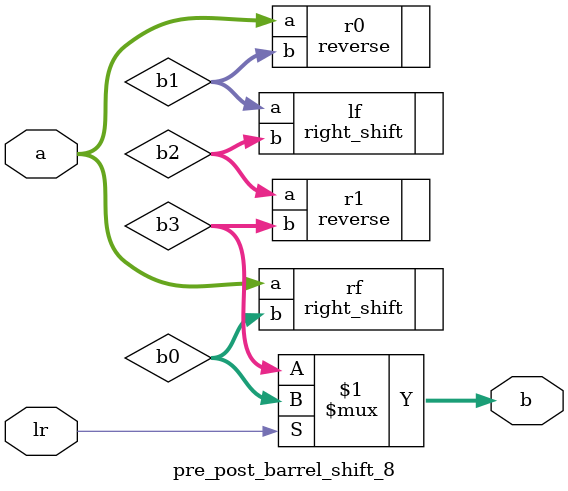
<source format=v>
`timescale 1ns / 1ps


module pre_post_barrel_shift_8(input [7:0] a, input lr, output [7:0] b

    );
    wire [7:0] b0, b1, b2, b3;
    
    right_shift rf(.a(a), .b(b0));
    reverse r0(.a(a), .b(b1));
    right_shift lf(.a(b1), .b(b2));
    reverse r1(.a(b2), .b(b3));
    assign b = lr ? b0 : b3;
endmodule

</source>
